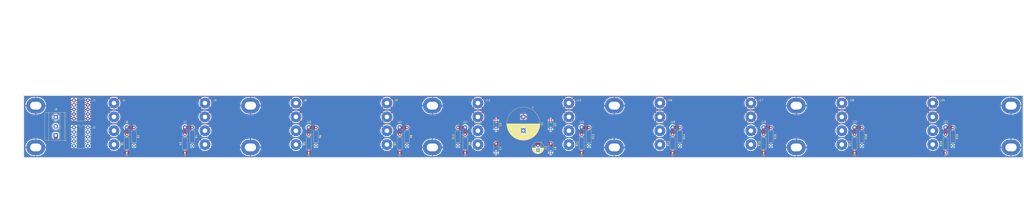
<source format=kicad_pcb>
(kicad_pcb (version 20171130) (host pcbnew "(5.0.0-rc2-dev-444-g2974a2c10)")
  (layers (0 F.Cu signal) (31 B.Cu signal) (34 B.Paste user) (35 F.Paste user) (36 B.SilkS user) (37 F.SilkS user) (38 B.Mask user) (39 F.Mask user) (44 Edge.Cuts user))
  (net 0 "")
  (net 1 GND)
  (net 2 +15V)
  (net 3 +5V)
  (net 4 "Net-(J3-Pad2)")
  (net 5 "Net-(J6-Pad1)")
  (net 6 "Net-(J7-Pad1)")
  (net 7 "Net-(J10-Pad1)")
  (net 8 "Net-(J11-Pad1)")
  (net 9 "Net-(J14-Pad1)")
  (net 10 "Net-(J15-Pad1)")
  (net 11 "Net-(J18-Pad1)")
  (net 12 "Net-(J19-Pad1)")
  (net 13 "Net-(J22-Pad1)")
  (net 14 "Net-(J23-Pad1)")
  (module Package_DIP:DIP-10_W7.62mm_LongPads (layer F.Cu) (at 48 197)
    (fp_text reference J2 (at 11 0) (layer F.SilkS))
    (fp_text value "Powerbug DIP10")
    (pad 1 thru_hole oval (at 0 0) (size 2.4 1.6) (drill 1) (layers *.Cu *.Mask) (net 1 GND))
    (pad 6 thru_hole oval (at 7.62 10.16) (size 2.4 1.6) (drill 1) (layers *.Cu *.Mask) (net 1 GND))
    (pad 2 thru_hole oval (at 0 2.54) (size 2.4 1.6) (drill 1) (layers *.Cu *.Mask) (net 1 GND))
    (pad 7 thru_hole oval (at 7.62 7.62) (size 2.4 1.6) (drill 1) (layers *.Cu *.Mask) (net 1 GND))
    (pad 3 thru_hole oval (at 0 5.08) (size 2.4 1.6) (drill 1) (layers *.Cu *.Mask) (net 1 GND))
    (pad 8 thru_hole oval (at 7.62 5.08) (size 2.4 1.6) (drill 1) (layers *.Cu *.Mask) (net 1 GND))
    (pad 4 thru_hole oval (at 0 7.62) (size 2.4 1.6) (drill 1) (layers *.Cu *.Mask) (net 1 GND))
    (pad 9 thru_hole oval (at 7.62 2.54) (size 2.4 1.6) (drill 1) (layers *.Cu *.Mask) (net 1 GND))
    (pad 5 thru_hole oval (at 0 10.16) (size 2.4 1.6) (drill 1) (layers *.Cu *.Mask) (net 1 GND))
    (pad 10 thru_hole oval (at 7.62 0) (size 2.4 1.6) (drill 1) (layers *.Cu *.Mask) (net 1 GND))
  )
  (module Package_DIP:DIP-10_W7.62mm_LongPads (layer F.Cu) (at 48 182)
    (fp_text reference J1 (at 11 0) (layer F.SilkS))
    (fp_text value "Powerbug DIP10")
    (pad 10 thru_hole oval (at 7.62 0) (size 2.4 1.6) (drill 0.8) (layers *.Cu *.Mask) (net 2 +15V))
    (pad 5 thru_hole oval (at 0 10.16) (size 2.4 1.6) (drill 0.8) (layers *.Cu *.Mask) (net 2 +15V))
    (pad 9 thru_hole oval (at 7.62 2.54) (size 2.4 1.6) (drill 0.8) (layers *.Cu *.Mask) (net 2 +15V))
    (pad 4 thru_hole oval (at 0 7.62) (size 2.4 1.6) (drill 0.8) (layers *.Cu *.Mask) (net 2 +15V))
    (pad 8 thru_hole oval (at 7.62 5.08) (size 2.4 1.6) (drill 0.8) (layers *.Cu *.Mask) (net 2 +15V))
    (pad 3 thru_hole oval (at 0 5.08) (size 2.4 1.6) (drill 0.8) (layers *.Cu *.Mask) (net 2 +15V))
    (pad 7 thru_hole oval (at 7.62 7.62) (size 2.4 1.6) (drill 0.8) (layers *.Cu *.Mask) (net 2 +15V))
    (pad 2 thru_hole oval (at 0 2.54) (size 2.4 1.6) (drill 1) (layers *.Cu *.Mask) (net 2 +15V))
    (pad 6 thru_hole oval (at 7.62 10.16) (size 2.4 1.6) (drill 0.8) (layers *.Cu *.Mask) (net 2 +15V))
    (pad 1 thru_hole oval (at 0 0) (size 2.4 1.6) (drill 1) (layers *.Cu *.Mask) (net 2 +15V))
  )
  (module Capacitor_THT:CP_Radial_D18.0mm_P7.50mm (layer F.Cu) (at 295 191.19 270)
    (fp_text reference C1 (at 3.75 -10.25 270) (layer F.SilkS))
    (fp_text value 4700u)
    (pad 2 thru_hole circle (at 7.5 0 270) (size 2.4 2.4) (drill 1.2) (layers *.Cu *.Mask) (net 1 GND))
    (pad 1 thru_hole rect (at 0 0 270) (size 2.4 2.4) (drill 1.2) (layers *.Cu *.Mask) (net 2 +15V))
  )
  (module Capacitor_THT:C_Disc_D5.0mm_W2.5mm_P5.00mm (layer F.Cu) (at 280 193 270)
    (fp_text reference C3 (at 2.5 -2.5 270) (layer F.SilkS))
    (fp_text value 100n)
    (pad 2 thru_hole circle (at 5 0 270) (size 1.6 1.6) (drill 0.8) (layers *.Cu *.Mask) (net 1 GND))
    (pad 1 thru_hole circle (at 0 0 270) (size 1.6 1.6) (drill 0.8) (layers *.Cu *.Mask) (net 2 +15V))
  )
  (module Capacitor_THT:C_Disc_D5.0mm_W2.5mm_P5.00mm (layer F.Cu) (at 280 206 270)
    (fp_text reference C4 (at 2.5 -2.5 270) (layer F.SilkS))
    (fp_text value 100n)
    (pad 2 thru_hole circle (at 5 0 270) (size 1.6 1.6) (drill 0.8) (layers *.Cu *.Mask) (net 1 GND))
    (pad 1 thru_hole circle (at 0 0 270) (size 1.6 1.6) (drill 0.8) (layers *.Cu *.Mask) (net 3 +5V))
  )
  (module Capacitor_THT:C_Disc_D5.0mm_W2.5mm_P5.00mm (layer F.Cu) (at 310 193 270)
    (fp_text reference C5 (at 2.5 -2.5 270) (layer F.SilkS))
    (fp_text value 2.2u)
    (pad 1 thru_hole circle (at 0 0 270) (size 1.6 1.6) (drill 0.8) (layers *.Cu *.Mask) (net 2 +15V))
    (pad 2 thru_hole circle (at 5 0 270) (size 1.6 1.6) (drill 0.8) (layers *.Cu *.Mask) (net 1 GND))
  )
  (module Capacitor_THT:C_Disc_D5.0mm_W2.5mm_P5.00mm (layer F.Cu) (at 310 206 270)
    (fp_text reference C6 (at 2.5 -2.5 270) (layer F.SilkS))
    (fp_text value 2.2u)
    (pad 1 thru_hole circle (at 0 0 270) (size 1.6 1.6) (drill 0.8) (layers *.Cu *.Mask) (net 3 +5V))
    (pad 2 thru_hole circle (at 5 0 270) (size 1.6 1.6) (drill 0.8) (layers *.Cu *.Mask) (net 1 GND))
  )
  (module TerminalBlock_Phoenix:TerminalBlock_Phoenix_MKDS-3-3-5.08_1x03_P5.08mm_Horizontal (layer F.Cu) (at 38 201.5 90)
    (fp_text reference J3 (at 14.5 0 180) (layer F.SilkS))
    (fp_text value Conn_01x03)
    (pad 1 thru_hole rect (at 0 0 90) (size 2.6 2.6) (drill 1.3) (layers *.Cu *.Mask) (net 3 +5V))
    (pad 2 thru_hole circle (at 5.08 0 90) (size 2.6 2.6) (drill 1.3) (layers *.Cu *.Mask) (net 4 "Net-(J3-Pad2)"))
    (pad 3 thru_hole circle (at 10.16 0 90) (size 2.6 2.6) (drill 1.3) (layers *.Cu *.Mask) (net 1 GND))
  )
  (module Connector_Wire:SolderWirePad_4xinLine_2-5mmDrill (layer F.Cu) (at 70 195 270)
    (fp_text reference J4 (at -13 -5.5) (layer F.SilkS))
    (fp_text value Conn_01x04)
    (pad 1 thru_hole circle (at -11.43 0 270) (size 5.99948 5.99948) (drill 2.49936) (layers *.Cu *.Mask) (net 2 +15V))
    (pad 2 thru_hole circle (at -3.81 0 270) (size 5.99948 5.99948) (drill 2.49936) (layers *.Cu *.Mask) (net 2 +15V))
    (pad 3 thru_hole circle (at 3.81 0 270) (size 5.99948 5.99948) (drill 2.49936) (layers *.Cu *.Mask) (net 1 GND))
    (pad 4 thru_hole circle (at 11.43 0 270) (size 5.99948 5.99948) (drill 2.49936) (layers *.Cu *.Mask) (net 1 GND))
  )
  (module Connector_Wire:SolderWirePad_4xinLine_2-5mmDrill (layer F.Cu) (at 120 195 270)
    (fp_text reference J5 (at -13 -5.5) (layer F.SilkS))
    (fp_text value Conn_01x04)
    (pad 1 thru_hole circle (at -11.43 0 270) (size 5.99948 5.99948) (drill 2.49936) (layers *.Cu *.Mask) (net 2 +15V))
    (pad 2 thru_hole circle (at -3.81 0 270) (size 5.99948 5.99948) (drill 2.49936) (layers *.Cu *.Mask) (net 2 +15V))
    (pad 3 thru_hole circle (at 3.81 0 270) (size 5.99948 5.99948) (drill 2.49936) (layers *.Cu *.Mask) (net 1 GND))
    (pad 4 thru_hole circle (at 11.43 0 270) (size 5.99948 5.99948) (drill 2.49936) (layers *.Cu *.Mask) (net 1 GND))
  )
  (module Connector_Wire:SolderWirePad_single_1mmDrill (layer F.Cu) (at 77 197)
    (fp_text reference J6 (at 0 -3) (layer F.SilkS))
    (fp_text value Conn_01x01)
    (pad 1 thru_hole circle (at 0 0) (size 2.49936 2.49936) (drill 1.00076) (layers *.Cu *.Mask) (net 5 "Net-(J6-Pad1)"))
  )
  (module Connector_Wire:SolderWirePad_single_1mmDrill (layer F.Cu) (at 109 197)
    (fp_text reference J7 (at 0 -3) (layer F.SilkS))
    (fp_text value Conn_01x01)
    (pad 1 thru_hole circle (at 0 0) (size 2.49936 2.49936) (drill 1.00076) (layers *.Cu *.Mask) (net 6 "Net-(J7-Pad1)"))
  )
  (module Connector_Wire:SolderWirePad_4xinLine_2-5mmDrill (layer F.Cu) (at 170 195 270)
    (fp_text reference J8 (at -13 -5) (layer F.SilkS))
    (fp_text value Conn_01x04)
    (pad 4 thru_hole circle (at 11.43 0 270) (size 5.99948 5.99948) (drill 2.49936) (layers *.Cu *.Mask) (net 1 GND))
    (pad 3 thru_hole circle (at 3.81 0 270) (size 5.99948 5.99948) (drill 2.49936) (layers *.Cu *.Mask) (net 1 GND))
    (pad 2 thru_hole circle (at -3.81 0 270) (size 5.99948 5.99948) (drill 2.49936) (layers *.Cu *.Mask) (net 2 +15V))
    (pad 1 thru_hole circle (at -11.43 0 270) (size 5.99948 5.99948) (drill 2.49936) (layers *.Cu *.Mask) (net 2 +15V))
  )
  (module Connector_Wire:SolderWirePad_4xinLine_2-5mmDrill (layer F.Cu) (at 220 195 270)
    (fp_text reference J9 (at -13 -5) (layer F.SilkS))
    (fp_text value Conn_01x04)
    (pad 4 thru_hole circle (at 11.43 0 270) (size 5.99948 5.99948) (drill 2.49936) (layers *.Cu *.Mask) (net 1 GND))
    (pad 3 thru_hole circle (at 3.81 0 270) (size 5.99948 5.99948) (drill 2.49936) (layers *.Cu *.Mask) (net 1 GND))
    (pad 2 thru_hole circle (at -3.81 0 270) (size 5.99948 5.99948) (drill 2.49936) (layers *.Cu *.Mask) (net 2 +15V))
    (pad 1 thru_hole circle (at -11.43 0 270) (size 5.99948 5.99948) (drill 2.49936) (layers *.Cu *.Mask) (net 2 +15V))
  )
  (module Connector_Wire:SolderWirePad_single_1mmDrill (layer F.Cu) (at 177 197)
    (fp_text reference J10 (at 0 -3) (layer F.SilkS))
    (fp_text value Conn_01x01)
    (pad 1 thru_hole circle (at 0 0) (size 2.49936 2.49936) (drill 1.00076) (layers *.Cu *.Mask) (net 7 "Net-(J10-Pad1)"))
  )
  (module Connector_Wire:SolderWirePad_single_1mmDrill (layer F.Cu) (at 227 197)
    (fp_text reference J11 (at 0 -3) (layer F.SilkS))
    (fp_text value Conn_01x01)
    (pad 1 thru_hole circle (at 0 0) (size 2.49936 2.49936) (drill 1.00076) (layers *.Cu *.Mask) (net 8 "Net-(J11-Pad1)"))
  )
  (module Connector_Wire:SolderWirePad_4xinLine_2-5mmDrill (layer F.Cu) (at 270 195 270)
    (fp_text reference J12 (at -13 -5.5) (layer F.SilkS))
    (fp_text value Conn_01x04)
    (pad 4 thru_hole circle (at 11.43 0 270) (size 5.99948 5.99948) (drill 2.49936) (layers *.Cu *.Mask) (net 1 GND))
    (pad 3 thru_hole circle (at 3.81 0 270) (size 5.99948 5.99948) (drill 2.49936) (layers *.Cu *.Mask) (net 1 GND))
    (pad 2 thru_hole circle (at -3.81 0 270) (size 5.99948 5.99948) (drill 2.49936) (layers *.Cu *.Mask) (net 2 +15V))
    (pad 1 thru_hole circle (at -11.43 0 270) (size 5.99948 5.99948) (drill 2.49936) (layers *.Cu *.Mask) (net 2 +15V))
  )
  (module Connector_Wire:SolderWirePad_4xinLine_2-5mmDrill (layer F.Cu) (at 320 195 270)
    (fp_text reference J13 (at -13 -5.5) (layer F.SilkS))
    (fp_text value Conn_01x04)
    (pad 1 thru_hole circle (at -11.43 0 270) (size 5.99948 5.99948) (drill 2.49936) (layers *.Cu *.Mask) (net 2 +15V))
    (pad 2 thru_hole circle (at -3.81 0 270) (size 5.99948 5.99948) (drill 2.49936) (layers *.Cu *.Mask) (net 2 +15V))
    (pad 3 thru_hole circle (at 3.81 0 270) (size 5.99948 5.99948) (drill 2.49936) (layers *.Cu *.Mask) (net 1 GND))
    (pad 4 thru_hole circle (at 11.43 0 270) (size 5.99948 5.99948) (drill 2.49936) (layers *.Cu *.Mask) (net 1 GND))
  )
  (module Connector_Wire:SolderWirePad_single_1mmDrill (layer F.Cu) (at 263 197)
    (fp_text reference J14 (at 0 -3) (layer F.SilkS))
    (fp_text value Conn_01x01)
    (pad 1 thru_hole circle (at 0 0) (size 2.49936 2.49936) (drill 1.00076) (layers *.Cu *.Mask) (net 9 "Net-(J14-Pad1)"))
  )
  (module Connector_Wire:SolderWirePad_single_1mmDrill (layer F.Cu) (at 327 197)
    (fp_text reference J15 (at 0 -3) (layer F.SilkS))
    (fp_text value Conn_01x01)
    (pad 1 thru_hole circle (at 0 0) (size 2.49936 2.49936) (drill 1.00076) (layers *.Cu *.Mask) (net 10 "Net-(J15-Pad1)"))
  )
  (module Connector_Wire:SolderWirePad_4xinLine_2-5mmDrill (layer F.Cu) (at 370 195 270)
    (fp_text reference J16 (at -13 -5.5) (layer F.SilkS))
    (fp_text value Conn_01x04)
    (pad 1 thru_hole circle (at -11.43 0 270) (size 5.99948 5.99948) (drill 2.49936) (layers *.Cu *.Mask) (net 2 +15V))
    (pad 2 thru_hole circle (at -3.81 0 270) (size 5.99948 5.99948) (drill 2.49936) (layers *.Cu *.Mask) (net 2 +15V))
    (pad 3 thru_hole circle (at 3.81 0 270) (size 5.99948 5.99948) (drill 2.49936) (layers *.Cu *.Mask) (net 1 GND))
    (pad 4 thru_hole circle (at 11.43 0 270) (size 5.99948 5.99948) (drill 2.49936) (layers *.Cu *.Mask) (net 1 GND))
  )
  (module Connector_Wire:SolderWirePad_4xinLine_2-5mmDrill (layer F.Cu) (at 420 195 270)
    (fp_text reference J17 (at -13 -5.5) (layer F.SilkS))
    (fp_text value Conn_01x04)
    (pad 4 thru_hole circle (at 11.43 0 270) (size 5.99948 5.99948) (drill 2.49936) (layers *.Cu *.Mask) (net 1 GND))
    (pad 3 thru_hole circle (at 3.81 0 270) (size 5.99948 5.99948) (drill 2.49936) (layers *.Cu *.Mask) (net 1 GND))
    (pad 2 thru_hole circle (at -3.81 0 270) (size 5.99948 5.99948) (drill 2.49936) (layers *.Cu *.Mask) (net 2 +15V))
    (pad 1 thru_hole circle (at -11.43 0 270) (size 5.99948 5.99948) (drill 2.49936) (layers *.Cu *.Mask) (net 2 +15V))
  )
  (module Connector_Wire:SolderWirePad_single_1mmDrill (layer F.Cu) (at 377 197)
    (fp_text reference J18 (at 0 -3) (layer F.SilkS))
    (fp_text value Conn_01x01)
    (pad 1 thru_hole circle (at 0 0) (size 2.49936 2.49936) (drill 1.00076) (layers *.Cu *.Mask) (net 11 "Net-(J18-Pad1)"))
  )
  (module Connector_Wire:SolderWirePad_single_1mmDrill (layer F.Cu) (at 427 197)
    (fp_text reference J19 (at 0 -3) (layer F.SilkS))
    (fp_text value Conn_01x01)
    (pad 1 thru_hole circle (at 0 0) (size 2.49936 2.49936) (drill 1.00076) (layers *.Cu *.Mask) (net 12 "Net-(J19-Pad1)"))
  )
  (module Connector_Wire:SolderWirePad_4xinLine_2-5mmDrill (layer F.Cu) (at 470 195 270)
    (fp_text reference J20 (at -13 -5.5) (layer F.SilkS))
    (fp_text value Conn_01x04)
    (pad 1 thru_hole circle (at -11.43 0 270) (size 5.99948 5.99948) (drill 2.49936) (layers *.Cu *.Mask) (net 2 +15V))
    (pad 2 thru_hole circle (at -3.81 0 270) (size 5.99948 5.99948) (drill 2.49936) (layers *.Cu *.Mask) (net 2 +15V))
    (pad 3 thru_hole circle (at 3.81 0 270) (size 5.99948 5.99948) (drill 2.49936) (layers *.Cu *.Mask) (net 1 GND))
    (pad 4 thru_hole circle (at 11.43 0 270) (size 5.99948 5.99948) (drill 2.49936) (layers *.Cu *.Mask) (net 1 GND))
  )
  (module Connector_Wire:SolderWirePad_4xinLine_2-5mmDrill (layer F.Cu) (at 520 195 270)
    (fp_text reference J21 (at -13 -5.5) (layer F.SilkS))
    (fp_text value Conn_01x04)
    (pad 4 thru_hole circle (at 11.43 0 270) (size 5.99948 5.99948) (drill 2.49936) (layers *.Cu *.Mask) (net 1 GND))
    (pad 3 thru_hole circle (at 3.81 0 270) (size 5.99948 5.99948) (drill 2.49936) (layers *.Cu *.Mask) (net 1 GND))
    (pad 2 thru_hole circle (at -3.81 0 270) (size 5.99948 5.99948) (drill 2.49936) (layers *.Cu *.Mask) (net 2 +15V))
    (pad 1 thru_hole circle (at -11.43 0 270) (size 5.99948 5.99948) (drill 2.49936) (layers *.Cu *.Mask) (net 2 +15V))
  )
  (module Connector_Wire:SolderWirePad_single_1mmDrill (layer F.Cu) (at 477 197)
    (fp_text reference J22 (at 0 -3) (layer F.SilkS))
    (fp_text value Conn_01x01)
    (pad 1 thru_hole circle (at 0 0) (size 2.49936 2.49936) (drill 1.00076) (layers *.Cu *.Mask) (net 13 "Net-(J22-Pad1)"))
  )
  (module Connector_Wire:SolderWirePad_single_1mmDrill (layer F.Cu) (at 527 197)
    (fp_text reference J23 (at 0 -3) (layer F.SilkS))
    (fp_text value Conn_01x01)
    (pad 1 thru_hole circle (at 0 0) (size 2.49936 2.49936) (drill 1.00076) (layers *.Cu *.Mask) (net 14 "Net-(J23-Pad1)"))
  )
  (module Resistor_THT:R_Axial_DIN0207_L6.3mm_D2.5mm_P10.16mm_Horizontal (layer F.Cu) (at 77 211 90)
    (fp_text reference R1 (at 5.08 -2.37 90) (layer F.SilkS))
    (fp_text value 909E)
    (pad 2 thru_hole oval (at 10.16 0 90) (size 1.6 1.6) (drill 0.8) (layers *.Cu *.Mask) (net 5 "Net-(J6-Pad1)"))
    (pad 1 thru_hole circle (at 0 0 90) (size 1.6 1.6) (drill 0.8) (layers *.Cu *.Mask) (net 3 +5V))
  )
  (module Resistor_THT:R_Axial_DIN0207_L6.3mm_D2.5mm_P10.16mm_Horizontal (layer F.Cu) (at 81 197 270)
    (fp_text reference R2 (at 5.08 -2.37 270) (layer F.SilkS))
    (fp_text value 9k53)
    (pad 1 thru_hole circle (at 0 0 270) (size 1.6 1.6) (drill 0.8) (layers *.Cu *.Mask) (net 5 "Net-(J6-Pad1)"))
    (pad 2 thru_hole oval (at 10.16 0 270) (size 1.6 1.6) (drill 0.8) (layers *.Cu *.Mask) (net 1 GND))
  )
  (module Resistor_THT:R_Axial_DIN0207_L6.3mm_D2.5mm_P10.16mm_Horizontal (layer F.Cu) (at 109 211 90)
    (fp_text reference R3 (at 5.08 -2.37 90) (layer F.SilkS))
    (fp_text value 909E)
    (pad 2 thru_hole oval (at 10.16 0 90) (size 1.6 1.6) (drill 0.8) (layers *.Cu *.Mask) (net 6 "Net-(J7-Pad1)"))
    (pad 1 thru_hole circle (at 0 0 90) (size 1.6 1.6) (drill 0.8) (layers *.Cu *.Mask) (net 3 +5V))
  )
  (module Resistor_THT:R_Axial_DIN0207_L6.3mm_D2.5mm_P10.16mm_Horizontal (layer F.Cu) (at 113 197 270)
    (fp_text reference R4 (at 5.08 -2.37 270) (layer F.SilkS))
    (fp_text value 9k53)
    (pad 1 thru_hole circle (at 0 0 270) (size 1.6 1.6) (drill 0.8) (layers *.Cu *.Mask) (net 6 "Net-(J7-Pad1)"))
    (pad 2 thru_hole oval (at 10.16 0 270) (size 1.6 1.6) (drill 0.8) (layers *.Cu *.Mask) (net 1 GND))
  )
  (module Resistor_THT:R_Axial_DIN0207_L6.3mm_D2.5mm_P10.16mm_Horizontal (layer F.Cu) (at 177 211 90)
    (fp_text reference R5 (at 5.08 -2.37 90) (layer F.SilkS))
    (fp_text value 909E)
    (pad 1 thru_hole circle (at 0 0 90) (size 1.6 1.6) (drill 0.8) (layers *.Cu *.Mask) (net 3 +5V))
    (pad 2 thru_hole oval (at 10.16 0 90) (size 1.6 1.6) (drill 0.8) (layers *.Cu *.Mask) (net 7 "Net-(J10-Pad1)"))
  )
  (module Resistor_THT:R_Axial_DIN0207_L6.3mm_D2.5mm_P10.16mm_Horizontal (layer F.Cu) (at 181 197 270)
    (fp_text reference R6 (at 5.08 -2.37 270) (layer F.SilkS))
    (fp_text value 9k53)
    (pad 2 thru_hole oval (at 10.16 0 270) (size 1.6 1.6) (drill 0.8) (layers *.Cu *.Mask) (net 1 GND))
    (pad 1 thru_hole circle (at 0 0 270) (size 1.6 1.6) (drill 0.8) (layers *.Cu *.Mask) (net 7 "Net-(J10-Pad1)"))
  )
  (module Resistor_THT:R_Axial_DIN0207_L6.3mm_D2.5mm_P10.16mm_Horizontal (layer F.Cu) (at 227 211 90)
    (fp_text reference R7 (at 5.08 -2.37 90) (layer F.SilkS))
    (fp_text value 909E)
    (pad 1 thru_hole circle (at 0 0 90) (size 1.6 1.6) (drill 0.8) (layers *.Cu *.Mask) (net 3 +5V))
    (pad 2 thru_hole oval (at 10.16 0 90) (size 1.6 1.6) (drill 0.8) (layers *.Cu *.Mask) (net 8 "Net-(J11-Pad1)"))
  )
  (module Resistor_THT:R_Axial_DIN0207_L6.3mm_D2.5mm_P10.16mm_Horizontal (layer F.Cu) (at 231 197 270)
    (fp_text reference R8 (at 5.08 -2.37 270) (layer F.SilkS))
    (fp_text value 9k53)
    (pad 2 thru_hole oval (at 10.16 0 270) (size 1.6 1.6) (drill 0.8) (layers *.Cu *.Mask) (net 1 GND))
    (pad 1 thru_hole circle (at 0 0 270) (size 1.6 1.6) (drill 0.8) (layers *.Cu *.Mask) (net 8 "Net-(J11-Pad1)"))
  )
  (module Resistor_THT:R_Axial_DIN0207_L6.3mm_D2.5mm_P10.16mm_Horizontal (layer F.Cu) (at 263 211 90)
    (fp_text reference R9 (at 5.08 2.5 90) (layer F.SilkS))
    (fp_text value 909E)
    (pad 2 thru_hole oval (at 10.16 0 90) (size 1.6 1.6) (drill 0.8) (layers *.Cu *.Mask) (net 9 "Net-(J14-Pad1)"))
    (pad 1 thru_hole circle (at 0 0 90) (size 1.6 1.6) (drill 0.8) (layers *.Cu *.Mask) (net 3 +5V))
  )
  (module Resistor_THT:R_Axial_DIN0207_L6.3mm_D2.5mm_P10.16mm_Horizontal (layer F.Cu) (at 259 197 270)
    (fp_text reference R10 (at 5.16 2.5 270) (layer F.SilkS))
    (fp_text value 9k53)
    (pad 1 thru_hole circle (at 0 0 270) (size 1.6 1.6) (drill 0.8) (layers *.Cu *.Mask) (net 9 "Net-(J14-Pad1)"))
    (pad 2 thru_hole oval (at 10.16 0 270) (size 1.6 1.6) (drill 0.8) (layers *.Cu *.Mask) (net 1 GND))
  )
  (module Resistor_THT:R_Axial_DIN0207_L6.3mm_D2.5mm_P10.16mm_Horizontal (layer F.Cu) (at 327 211 90)
    (fp_text reference R11 (at 5.08 -2.37 90) (layer F.SilkS))
    (fp_text value 909E)
    (pad 1 thru_hole circle (at 0 0 90) (size 1.6 1.6) (drill 0.8) (layers *.Cu *.Mask) (net 3 +5V))
    (pad 2 thru_hole oval (at 10.16 0 90) (size 1.6 1.6) (drill 0.8) (layers *.Cu *.Mask) (net 10 "Net-(J15-Pad1)"))
  )
  (module Resistor_THT:R_Axial_DIN0207_L6.3mm_D2.5mm_P10.16mm_Horizontal (layer F.Cu) (at 331 197 270)
    (fp_text reference R12 (at 5.08 -2.37 270) (layer F.SilkS))
    (fp_text value 9k53)
    (pad 2 thru_hole oval (at 10.16 0 270) (size 1.6 1.6) (drill 0.8) (layers *.Cu *.Mask) (net 1 GND))
    (pad 1 thru_hole circle (at 0 0 270) (size 1.6 1.6) (drill 0.8) (layers *.Cu *.Mask) (net 10 "Net-(J15-Pad1)"))
  )
  (module Resistor_THT:R_Axial_DIN0207_L6.3mm_D2.5mm_P10.16mm_Horizontal (layer F.Cu) (at 377 211 90)
    (fp_text reference R13 (at 5.08 -2.37 90) (layer F.SilkS))
    (fp_text value 909E)
    (pad 2 thru_hole oval (at 10.16 0 90) (size 1.6 1.6) (drill 0.8) (layers *.Cu *.Mask) (net 11 "Net-(J18-Pad1)"))
    (pad 1 thru_hole circle (at 0 0 90) (size 1.6 1.6) (drill 0.8) (layers *.Cu *.Mask) (net 3 +5V))
  )
  (module Resistor_THT:R_Axial_DIN0207_L6.3mm_D2.5mm_P10.16mm_Horizontal (layer F.Cu) (at 381 197 270)
    (fp_text reference R14 (at 5.08 -2.37 270) (layer F.SilkS))
    (fp_text value 9k53)
    (pad 1 thru_hole circle (at 0 0 270) (size 1.6 1.6) (drill 0.8) (layers *.Cu *.Mask) (net 11 "Net-(J18-Pad1)"))
    (pad 2 thru_hole oval (at 10.16 0 270) (size 1.6 1.6) (drill 0.8) (layers *.Cu *.Mask) (net 1 GND))
  )
  (module Resistor_THT:R_Axial_DIN0207_L6.3mm_D2.5mm_P10.16mm_Horizontal (layer F.Cu) (at 427 211 90)
    (fp_text reference R15 (at 5.08 -2.37 90) (layer F.SilkS))
    (fp_text value 909E)
    (pad 1 thru_hole circle (at 0 0 90) (size 1.6 1.6) (drill 0.8) (layers *.Cu *.Mask) (net 3 +5V))
    (pad 2 thru_hole oval (at 10.16 0 90) (size 1.6 1.6) (drill 0.8) (layers *.Cu *.Mask) (net 12 "Net-(J19-Pad1)"))
  )
  (module Resistor_THT:R_Axial_DIN0207_L6.3mm_D2.5mm_P10.16mm_Horizontal (layer F.Cu) (at 431 197 270)
    (fp_text reference R16 (at 5.08 -2.37 270) (layer F.SilkS))
    (fp_text value 9k53)
    (pad 2 thru_hole oval (at 10.16 0 270) (size 1.6 1.6) (drill 0.8) (layers *.Cu *.Mask) (net 1 GND))
    (pad 1 thru_hole circle (at 0 0 270) (size 1.6 1.6) (drill 0.8) (layers *.Cu *.Mask) (net 12 "Net-(J19-Pad1)"))
  )
  (module Resistor_THT:R_Axial_DIN0207_L6.3mm_D2.5mm_P10.16mm_Horizontal (layer F.Cu) (at 477 211 90)
    (fp_text reference R17 (at 5.08 -2.37 90) (layer F.SilkS))
    (fp_text value 909E)
    (pad 2 thru_hole oval (at 10.16 0 90) (size 1.6 1.6) (drill 0.8) (layers *.Cu *.Mask) (net 13 "Net-(J22-Pad1)"))
    (pad 1 thru_hole circle (at 0 0 90) (size 1.6 1.6) (drill 0.8) (layers *.Cu *.Mask) (net 3 +5V))
  )
  (module Resistor_THT:R_Axial_DIN0207_L6.3mm_D2.5mm_P10.16mm_Horizontal (layer F.Cu) (at 481 197 270)
    (fp_text reference R18 (at 5.08 -2.37 270) (layer F.SilkS))
    (fp_text value 9k53)
    (pad 1 thru_hole circle (at 0 0 270) (size 1.6 1.6) (drill 0.8) (layers *.Cu *.Mask) (net 13 "Net-(J22-Pad1)"))
    (pad 2 thru_hole oval (at 10.16 0 270) (size 1.6 1.6) (drill 0.8) (layers *.Cu *.Mask) (net 1 GND))
  )
  (module Resistor_THT:R_Axial_DIN0207_L6.3mm_D2.5mm_P10.16mm_Horizontal (layer F.Cu) (at 527 211 90)
    (fp_text reference R19 (at 5.08 -2.37 90) (layer F.SilkS))
    (fp_text value 909E)
    (pad 1 thru_hole circle (at 0 0 90) (size 1.6 1.6) (drill 0.8) (layers *.Cu *.Mask) (net 3 +5V))
    (pad 2 thru_hole oval (at 10.16 0 90) (size 1.6 1.6) (drill 0.8) (layers *.Cu *.Mask) (net 14 "Net-(J23-Pad1)"))
  )
  (module Resistor_THT:R_Axial_DIN0207_L6.3mm_D2.5mm_P10.16mm_Horizontal (layer F.Cu) (at 531 197 270)
    (fp_text reference R20 (at 5.08 -2.37 270) (layer F.SilkS))
    (fp_text value 9k53)
    (pad 2 thru_hole oval (at 10.16 0 270) (size 1.6 1.6) (drill 0.8) (layers *.Cu *.Mask) (net 1 GND))
    (pad 1 thru_hole circle (at 0 0 270) (size 1.6 1.6) (drill 0.8) (layers *.Cu *.Mask) (net 14 "Net-(J23-Pad1)"))
  )
  (module Capacitor_THT:CP_Radial_D6.3mm_P2.50mm (layer F.Cu) (at 303 207 270)
    (fp_text reference C2 (at 1.25 -4.4 270) (layer F.SilkS))
    (fp_text value 100u)
    (pad 1 thru_hole rect (at 0 0 270) (size 1.6 1.6) (drill 0.8) (layers *.Cu *.Mask) (net 3 +5V))
    (pad 2 thru_hole circle (at 2.5 0 270) (size 1.6 1.6) (drill 0.8) (layers *.Cu *.Mask) (net 1 GND))
  )
  (module MountingHole:MountingHole_4.3x6.2mm_M4_Pad (layer F.Cu) (at 145 208)
    (fp_text reference MK1 hide)
    (fp_text value Mounting_Hole_PAD)
    (pad 1 thru_hole oval (at 0 0) (size 10.4 8.6) (drill oval 6.2 4.3) (layers *.Cu *.Mask) (net 1 GND))
  )
  (module MountingHole:MountingHole_4.3x6.2mm_M4_Pad (layer F.Cu) (at 145 185)
    (fp_text reference MK2 hide)
    (fp_text value Mounting_Hole_PAD)
    (pad 1 thru_hole oval (at 0 0) (size 10.4 8.6) (drill oval 6.2 4.3) (layers *.Cu *.Mask) (net 1 GND))
  )
  (module MountingHole:MountingHole_4.3x6.2mm_M4_Pad (layer F.Cu) (at 563 208)
    (fp_text reference MK3 hide)
    (fp_text value Mounting_Hole_PAD)
    (pad 1 thru_hole oval (at 0 0) (size 10.4 8.6) (drill oval 6.2 4.3) (layers *.Cu *.Mask) (net 1 GND))
  )
  (module MountingHole:MountingHole_4.3x6.2mm_M4_Pad (layer F.Cu) (at 445 185)
    (fp_text reference MK4 hide)
    (fp_text value Mounting_Hole_PAD)
    (pad 1 thru_hole oval (at 0 0) (size 10.4 8.6) (drill oval 6.2 4.3) (layers *.Cu *.Mask) (net 1 GND))
  )
  (module MountingHole:MountingHole_4.3x6.2mm_M4_Pad (layer F.Cu) (at 345 208)
    (fp_text reference MK5 hide)
    (fp_text value Mounting_Hole_PAD)
    (pad 1 thru_hole oval (at 0 0) (size 10.4 8.6) (drill oval 6.2 4.3) (layers *.Cu *.Mask) (net 1 GND))
  )
  (module MountingHole:MountingHole_4.3x6.2mm_M4_Pad (layer F.Cu) (at 445 208)
    (fp_text reference MK6 hide)
    (fp_text value Mounting_Hole_PAD)
    (pad 1 thru_hole oval (at 0 0) (size 10.4 8.6) (drill oval 6.2 4.3) (layers *.Cu *.Mask) (net 1 GND))
  )
  (module MountingHole:MountingHole_4.3x6.2mm_M4_Pad (layer F.Cu) (at 27 185)
    (fp_text reference MK7 hide)
    (fp_text value Mounting_Hole_PAD)
    (pad 1 thru_hole oval (at 0 0) (size 10.4 8.6) (drill oval 6.2 4.3) (layers *.Cu *.Mask) (net 1 GND))
  )
  (module MountingHole:MountingHole_4.3x6.2mm_M4_Pad (layer F.Cu) (at 563 185)
    (fp_text reference MK8 hide)
    (fp_text value Mounting_Hole_PAD)
    (pad 1 thru_hole oval (at 0 0) (size 10.4 8.6) (drill oval 6.2 4.3) (layers *.Cu *.Mask) (net 1 GND))
  )
  (module MountingHole:MountingHole_4.3x6.2mm_M4_Pad (layer F.Cu) (at 345 185)
    (fp_text reference MK9 hide)
    (fp_text value Mounting_Hole_PAD)
    (pad 1 thru_hole oval (at 0 0) (size 10.4 8.6) (drill oval 6.2 4.3) (layers *.Cu *.Mask) (net 1 GND))
  )
  (module MountingHole:MountingHole_4.3x6.2mm_M4_Pad (layer F.Cu) (at 27 208)
    (fp_text reference MK10 hide)
    (fp_text value Mounting_Hole_PAD)
    (pad 1 thru_hole oval (at 0 0) (size 10.4 8.6) (drill oval 6.2 4.3) (layers *.Cu *.Mask) (net 1 GND))
  )
  (module MountingHole:MountingHole_4.3x6.2mm_M4_Pad (layer F.Cu) (at 245 208)
    (fp_text reference MK11 hide)
    (fp_text value Mounting_Hole_PAD)
    (pad 1 thru_hole oval (at 0 0) (size 10.4 8.6) (drill oval 6.2 4.3) (layers *.Cu *.Mask) (net 1 GND))
  )
  (module MountingHole:MountingHole_4.3x6.2mm_M4_Pad (layer F.Cu) (at 245 185)
    (fp_text reference MK12 hide)
    (fp_text value Mounting_Hole_PAD)
    (pad 1 thru_hole oval (at 0 0) (size 10.4 8.6) (drill oval 6.2 4.3) (layers *.Cu *.Mask) (net 1 GND))
  )
  (gr_line (start 570 179) (end 570 214) (layer Edge.Cuts) (width 0.15))
  (gr_line (start 20 214) (end 570 214) (layer Edge.Cuts) (width 0.15))
  (gr_line (start 20 179) (end 20 214) (layer Edge.Cuts) (width 0.15))
  (gr_line (start 20 179) (end 570 179) (layer Edge.Cuts) (width 0.15))
  (segment (start 44.2 211) (end 77 211) (width 2) (layer F.Cu) (net 3))
  (segment (start 38 201.5) (end 38 204.8) (width 2) (layer F.Cu) (net 3))
  (segment (start 38 204.8) (end 44.2 211) (width 2) (layer F.Cu) (net 3))
  (segment (start 77 211) (end 109 211) (width 2) (layer F.Cu) (net 3))
  (segment (start 177 211) (end 227 211) (width 2) (layer F.Cu) (net 3))
  (segment (start 275 211) (end 280 206) (width 2) (layer F.Cu) (net 3))
  (segment (start 263 211) (end 275 211) (width 2) (layer F.Cu) (net 3))
  (segment (start 303 207) (end 303 206) (width 2) (layer F.Cu) (net 3))
  (segment (start 280 206) (end 303 206) (width 2) (layer F.Cu) (net 3))
  (segment (start 303 206) (end 310 206) (width 2) (layer F.Cu) (net 3))
  (segment (start 315 211) (end 327 211) (width 2) (layer F.Cu) (net 3))
  (segment (start 310 206) (end 315 211) (width 2) (layer F.Cu) (net 3))
  (segment (start 377 211) (end 427 211) (width 2) (layer F.Cu) (net 3))
  (segment (start 477 211) (end 527 211) (width 2) (layer F.Cu) (net 3))
  (segment (start 175.86863 211) (end 177 211) (width 2) (layer F.Cu) (net 3))
  (segment (start 160 211) (end 175.86863 211) (width 2) (layer F.Cu) (net 3))
  (segment (start 149 200) (end 160 211) (width 2) (layer F.Cu) (net 3))
  (segment (start 140 200) (end 149 200) (width 2) (layer F.Cu) (net 3))
  (segment (start 109 211) (end 129 211) (width 2) (layer F.Cu) (net 3))
  (segment (start 129 211) (end 140 200) (width 2) (layer F.Cu) (net 3))
  (segment (start 261.86863 211) (end 263 211) (width 2) (layer F.Cu) (net 3))
  (segment (start 259 211) (end 261.86863 211) (width 2) (layer F.Cu) (net 3))
  (segment (start 248 200) (end 259 211) (width 2) (layer F.Cu) (net 3))
  (segment (start 242 200) (end 248 200) (width 2) (layer F.Cu) (net 3))
  (segment (start 227 211) (end 231 211) (width 2) (layer F.Cu) (net 3))
  (segment (start 231 211) (end 242 200) (width 2) (layer F.Cu) (net 3))
  (segment (start 375.86863 211) (end 377 211) (width 2) (layer F.Cu) (net 3))
  (segment (start 359 211) (end 375.86863 211) (width 2) (layer F.Cu) (net 3))
  (segment (start 349 201) (end 359 211) (width 2) (layer F.Cu) (net 3))
  (segment (start 341 201) (end 349 201) (width 2) (layer F.Cu) (net 3))
  (segment (start 327 211) (end 331 211) (width 2) (layer F.Cu) (net 3))
  (segment (start 331 211) (end 341 201) (width 2) (layer F.Cu) (net 3))
  (segment (start 475.86863 211) (end 477 211) (width 2) (layer F.Cu) (net 3))
  (segment (start 459 211) (end 475.86863 211) (width 2) (layer F.Cu) (net 3))
  (segment (start 449 201) (end 459 211) (width 2) (layer F.Cu) (net 3))
  (segment (start 441 201) (end 449 201) (width 2) (layer F.Cu) (net 3))
  (segment (start 427 211) (end 431 211) (width 2) (layer F.Cu) (net 3))
  (segment (start 431 211) (end 441 201) (width 2) (layer F.Cu) (net 3))
  (segment (start 77 200.84) (end 77 197) (width 2) (layer F.Cu) (net 5))
  (segment (start 81 197) (end 77 197) (width 2) (layer F.Cu) (net 5))
  (segment (start 109 200.84) (end 109 197) (width 2) (layer F.Cu) (net 6))
  (segment (start 113 197) (end 109 197) (width 2) (layer F.Cu) (net 6))
  (segment (start 177 200.84) (end 177 197) (width 2) (layer F.Cu) (net 7))
  (segment (start 181 197) (end 177 197) (width 2) (layer F.Cu) (net 7))
  (segment (start 227 200.84) (end 227 197) (width 2) (layer F.Cu) (net 8))
  (segment (start 231 197) (end 227 197) (width 2) (layer F.Cu) (net 8))
  (segment (start 259 197) (end 263 197) (width 2) (layer F.Cu) (net 9))
  (segment (start 263 197) (end 263 200.84) (width 2) (layer F.Cu) (net 9))
  (segment (start 327 200.84) (end 327 197) (width 2) (layer F.Cu) (net 10))
  (segment (start 331 197) (end 327 197) (width 2) (layer F.Cu) (net 10))
  (segment (start 377 200.84) (end 377 197) (width 2) (layer F.Cu) (net 11))
  (segment (start 381 197) (end 377 197) (width 2) (layer F.Cu) (net 11))
  (segment (start 427 200.84) (end 427 197) (width 2) (layer F.Cu) (net 12))
  (segment (start 431 197) (end 427 197) (width 2) (layer F.Cu) (net 12))
  (segment (start 477 200.84) (end 477 197) (width 2) (layer F.Cu) (net 13))
  (segment (start 481 197) (end 477 197) (width 2) (layer F.Cu) (net 13))
  (segment (start 527 200.84) (end 527 197) (width 2) (layer F.Cu) (net 14))
  (segment (start 531 197) (end 527 197) (width 2) (layer F.Cu) (net 14))
  (zone (net 1) (net_name GND) (layer B.Cu) (connect_pads (clearance 0.508)) (min_thickness 0.254) (fill yes (arc_segments 16) (thermal_gap 0.508) (thermal_bridge_width 0.508))
    (polygon (pts (xy 20 214) (xy 20 179) (xy 570 179) (xy 570 214)))
  )
  (zone (net 2) (net_name +15V) (layer F.Cu) (connect_pads (clearance 0.508)) (min_thickness 0.254) (fill yes (arc_segments 16) (thermal_gap 0.508) (thermal_bridge_width 0.508))
    (polygon (pts (xy 44 179) (xy 44 195) (xy 525 195) (xy 525 179)))
  )
)
</source>
